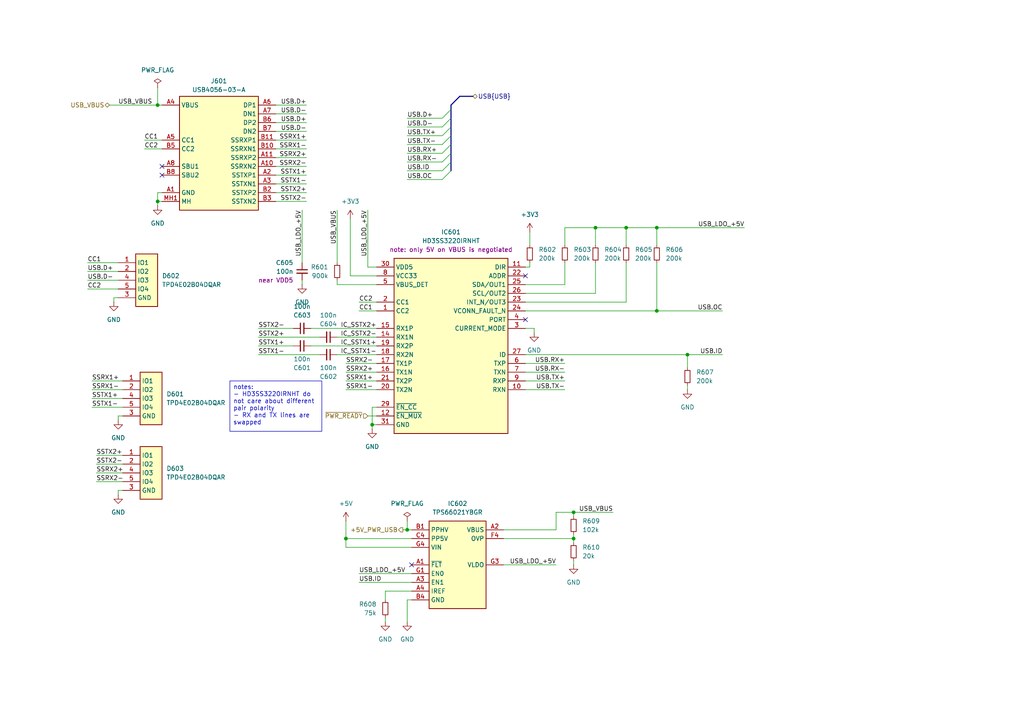
<source format=kicad_sch>
(kicad_sch (version 20250114) (generator "eeschema") (generator_version "9.0")
  (paper "A4")
  (lib_symbols
    (symbol "Device:C_Small" (pin_numbers (hide yes)) (pin_names (offset 0.254) (hide yes))
      (property "Reference" "C" (at 0.254 1.778 0))
      (property "Value" "C_Small" (at 0.254 -2.032 0))
      (symbol "C_Small_0_1"
        (polyline (pts (xy -1.524 0.508) (xy 1.524 0.508)) (stroke (width 0.3048)))
        (polyline (pts (xy -1.524 -0.508) (xy 1.524 -0.508)) (stroke (width 0.3302)))
      )
      (symbol "C_Small_1_1"
        (pin passive line (at 0 2.54 270) (length 2.032) (name "~") (number "1"))
        (pin passive line (at 0 -2.54 90) (length 2.032) (name "~") (number "2"))
      )
    )
    (symbol "Device:R_Small" (pin_numbers (hide yes)) (pin_names (offset 0.254) (hide yes))
      (property "Reference" "R" (at 0.762 0.508 0))
      (property "Value" "R_Small" (at 0.762 -1.016 0))
      (symbol "R_Small_0_1"
        (rectangle (start -0.762 1.778) (end 0.762 -1.778) (stroke (width 0.2032)))
      )
      (symbol "R_Small_1_1"
        (pin passive line (at 0 2.54 270) (length 0.762) (name "~") (number "1"))
        (pin passive line (at 0 -2.54 90) (length 0.762) (name "~") (number "2"))
      )
    )
    (symbol "extras:HD3SS3220IRNHT"
      (property "Reference" "IC" (at 5.08 6.985 0))
      (property "Value" "HD3SS3220IRNHT" (at 5.08 4.445 0))
      (symbol "HD3SS3220IRNHT_1_1"
        (rectangle (start 5.08 2.54) (end 38.1 -48.26) (stroke (width 0.254)) (fill (type background)))
        (pin passive line (at 0 0 0) (length 5.08) (name "VDD5") (number "30"))
        (pin passive line (at 0 -2.54 0) (length 5.08) (name "VCC33") (number "8"))
        (pin passive line (at 0 -5.08 0) (length 5.08) (name "VBUS_DET") (number "5"))
        (pin passive line (at 0 -10.16 0) (length 5.08) (name "CC1") (number "2"))
        (pin passive line (at 0 -12.7 0) (length 5.08) (name "CC2") (number "1"))
        (pin passive line (at 0 -17.78 0) (length 5.08) (name "RX1P") (number "15"))
        (pin passive line (at 0 -20.32 0) (length 5.08) (name "RX1N") (number "14"))
        (pin passive line (at 0 -22.86 0) (length 5.08) (name "RX2P") (number "19"))
        (pin passive line (at 0 -25.4 0) (length 5.08) (name "RX2N") (number "18"))
        (pin passive line (at 0 -27.94 0) (length 5.08) (name "TX1P") (number "17"))
        (pin passive line (at 0 -30.48 0) (length 5.08) (name "TX1N") (number "16"))
        (pin passive line (at 0 -33.02 0) (length 5.08) (name "TX2P") (number "21"))
        (pin passive line (at 0 -35.56 0) (length 5.08) (name "TX2N") (number "20"))
        (pin passive line (at 0 -40.64 0) (length 5.08) (name "~{EN_CC}") (number "29"))
        (pin passive line (at 0 -43.18 0) (length 5.08) (name "~{EN_MUX}") (number "12"))
        (pin passive line (at 0 -45.72 0) (length 5.08) (hide yes) (name "GND") (number "13"))
        (pin passive line (at 0 -45.72 0) (length 5.08) (hide yes) (name "GND") (number "28"))
        (pin passive line (at 0 -45.72 0) (length 5.08) (name "GND") (number "31"))
        (pin passive line (at 43.18 0 180) (length 5.08) (name "DIR") (number "11"))
        (pin passive line (at 43.18 -2.54 180) (length 5.08) (name "ADDR") (number "22"))
        (pin passive line (at 43.18 -5.08 180) (length 5.08) (name "SDA/OUT1") (number "25"))
        (pin passive line (at 43.18 -7.62 180) (length 5.08) (name "SCL/OUT2") (number "26"))
        (pin passive line (at 43.18 -10.16 180) (length 5.08) (name "INT_N/OUT3") (number "23"))
        (pin passive line (at 43.18 -12.7 180) (length 5.08) (name "VCONN_FAULT_N") (number "24"))
        (pin passive line (at 43.18 -15.24 180) (length 5.08) (name "PORT") (number "4"))
        (pin passive line (at 43.18 -17.78 180) (length 5.08) (name "CURRENT_MODE") (number "3"))
        (pin passive line (at 43.18 -25.4 180) (length 5.08) (name "ID") (number "27"))
        (pin passive line (at 43.18 -27.94 180) (length 5.08) (name "TXP") (number "6"))
        (pin passive line (at 43.18 -30.48 180) (length 5.08) (name "TXN") (number "7"))
        (pin passive line (at 43.18 -33.02 180) (length 5.08) (name "RXP") (number "9"))
        (pin passive line (at 43.18 -35.56 180) (length 5.08) (name "RXN") (number "10"))
      )
    )
    (symbol "extras:TPD4E02B04DQAR"
      (property "Reference" "D" (at 4.826 6.096 0))
      (property "Value" "TPD4E02B04DQAR" (at 4.826 4.318 0))
      (symbol "TPD4E02B04DQAR_1_1"
        (rectangle (start 5.08 2.54) (end 11.43 -12.7) (stroke (width 0.254)) (fill (type background)))
        (pin passive line (at 0 0 0) (length 5.08) (name "IO1") (number "1"))
        (pin passive line (at 0 0 0) (length 5.08) (hide yes) (name "NC_4") (number "10"))
        (pin passive line (at 0 -2.54 0) (length 5.08) (name "IO2") (number "2"))
        (pin passive line (at 0 -2.54 0) (length 5.08) (hide yes) (name "NC_3") (number "9"))
        (pin passive line (at 0 -5.08 0) (length 5.08) (name "IO3") (number "4"))
        (pin passive line (at 0 -5.08 0) (length 5.08) (hide yes) (name "NC_2") (number "7"))
        (pin passive line (at 0 -7.62 0) (length 5.08) (name "IO4") (number "5"))
        (pin passive line (at 0 -7.62 0) (length 5.08) (hide yes) (name "NC_1") (number "6"))
        (pin passive line (at 0 -10.16 0) (length 5.08) (name "GND") (number "3"))
        (pin passive line (at 0 -10.16 0) (length 5.08) (hide yes) (name "GND") (number "8"))
      )
    )
    (symbol "extras:TPS66021YBGR"
      (property "Reference" "IC" (at 4.572 7.366 0))
      (property "Value" "TPS66021YBGR" (at 4.572 4.826 0))
      (symbol "TPS66021YBGR_1_1"
        (rectangle (start 5.08 2.54) (end 21.59 -22.86) (stroke (width 0.254)) (fill (type background)))
        (pin passive line (at 0 0 0) (length 5.08) (name "PPHV") (number "B1"))
        (pin passive line (at 0 0 0) (length 5.08) (hide yes) (name "PPHV") (number "C1"))
        (pin passive line (at 0 0 0) (length 5.08) (hide yes) (name "PPHV") (number "D1"))
        (pin passive line (at 0 0 0) (length 5.08) (hide yes) (name "PPHV") (number "E1"))
        (pin passive line (at 0 0 0) (length 5.08) (hide yes) (name "PPHV") (number "F1"))
        (pin passive line (at 0 -2.54 0) (length 5.08) (name "PP5V") (number "C4"))
        (pin passive line (at 0 -2.54 0) (length 5.08) (hide yes) (name "PP5V") (number "D4"))
        (pin passive line (at 0 -2.54 0) (length 5.08) (hide yes) (name "PP5V") (number "E4"))
        (pin passive line (at 0 -5.08 0) (length 5.08) (name "VIN") (number "G4"))
        (pin passive line (at 0 -10.16 0) (length 5.08) (name "~{FLT}") (number "A1"))
        (pin passive line (at 0 -12.7 0) (length 5.08) (name "EN0") (number "G1"))
        (pin passive line (at 0 -15.24 0) (length 5.08) (name "EN1") (number "A3"))
        (pin passive line (at 0 -17.78 0) (length 5.08) (name "IREF") (number "A4"))
        (pin passive line (at 0 -20.32 0) (length 5.08) (name "GND") (number "B4"))
        (pin passive line (at 26.67 0 180) (length 5.08) (name "VBUS") (number "A2"))
        (pin passive line (at 26.67 0 180) (length 5.08) (hide yes) (name "VBUS") (number "B2"))
        (pin passive line (at 26.67 0 180) (length 5.08) (hide yes) (name "VBUS") (number "B3"))
        (pin passive line (at 26.67 0 180) (length 5.08) (hide yes) (name "VBUS") (number "C2"))
        (pin passive line (at 26.67 0 180) (length 5.08) (hide yes) (name "VBUS") (number "C3"))
        (pin passive line (at 26.67 0 180) (length 5.08) (hide yes) (name "VBUS") (number "D2"))
        (pin passive line (at 26.67 0 180) (length 5.08) (hide yes) (name "VBUS") (number "D3"))
        (pin passive line (at 26.67 0 180) (length 5.08) (hide yes) (name "VBUS") (number "E2"))
        (pin passive line (at 26.67 0 180) (length 5.08) (hide yes) (name "VBUS") (number "E3"))
        (pin passive line (at 26.67 0 180) (length 5.08) (hide yes) (name "VBUS") (number "F2"))
        (pin passive line (at 26.67 0 180) (length 5.08) (hide yes) (name "VBUS") (number "F3"))
        (pin passive line (at 26.67 0 180) (length 5.08) (hide yes) (name "VBUS") (number "G2"))
        (pin passive line (at 26.67 -2.54 180) (length 5.08) (name "OVP") (number "F4"))
        (pin passive line (at 26.67 -10.16 180) (length 5.08) (name "VLDO") (number "G3"))
      )
    )
    (symbol "extras:USB4056-03-A"
      (property "Reference" "J" (at 4.445 4.445 0))
      (property "Value" "USB4056-03-A" (at 4.445 1.905 0))
      (symbol "USB4056-03-A_1_1"
        (rectangle (start 5.08 -0.635) (end 27.94 -33.655) (stroke (width 0.254)) (fill (type background)))
        (pin power_in line (at 0 -3.175 0) (length 5.08) (name "VBUS") (number "A4"))
        (pin passive line (at 0 -3.175 0) (length 5.08) (hide yes) (name "VBUS") (number "A9"))
        (pin passive line (at 0 -3.175 0) (length 5.08) (hide yes) (name "VBUS") (number "B4"))
        (pin passive line (at 0 -3.175 0) (length 5.08) (hide yes) (name "VBUS") (number "B9"))
        (pin passive line (at 0 -13.335 0) (length 5.08) (name "CC1") (number "A5"))
        (pin passive line (at 0 -15.875 0) (length 5.08) (name "CC2") (number "B5"))
        (pin passive line (at 0 -20.955 0) (length 5.08) (name "SBU1") (number "A8"))
        (pin passive line (at 0 -23.495 0) (length 5.08) (name "SBU2") (number "B8"))
        (pin power_in line (at 0 -28.575 0) (length 5.08) (name "GND") (number "A1"))
        (pin passive line (at 0 -28.575 0) (length 5.08) (hide yes) (name "GND") (number "A12"))
        (pin passive line (at 0 -28.575 0) (length 5.08) (hide yes) (name "GND") (number "B1"))
        (pin passive line (at 0 -28.575 0) (length 5.08) (hide yes) (name "GND") (number "B12"))
        (pin passive line (at 0 -31.115 0) (length 5.08) (name "MH") (number "MH1"))
        (pin passive line (at 0 -31.115 0) (length 5.08) (hide yes) (name "MH") (number "MH2"))
        (pin passive line (at 0 -31.115 0) (length 5.08) (hide yes) (name "MH") (number "MH3"))
        (pin passive line (at 0 -31.115 0) (length 5.08) (hide yes) (name "MH") (number "MH4"))
        (pin passive line (at 33.02 -3.175 180) (length 5.08) (name "DP1") (number "A6"))
        (pin passive line (at 33.02 -5.715 180) (length 5.08) (name "DN1") (number "A7"))
        (pin passive line (at 33.02 -8.255 180) (length 5.08) (name "DP2") (number "B6"))
        (pin passive line (at 33.02 -10.795 180) (length 5.08) (name "DN2") (number "B7"))
        (pin passive line (at 33.02 -13.335 180) (length 5.08) (name "SSRXP1") (number "B11"))
        (pin passive line (at 33.02 -15.875 180) (length 5.08) (name "SSRXN1") (number "B10"))
        (pin passive line (at 33.02 -18.415 180) (length 5.08) (name "SSRXP2") (number "A11"))
        (pin passive line (at 33.02 -20.955 180) (length 5.08) (name "SSRXN2") (number "A10"))
        (pin passive line (at 33.02 -23.495 180) (length 5.08) (name "SSTXP1") (number "A2"))
        (pin passive line (at 33.02 -26.035 180) (length 5.08) (name "SSTXN1") (number "A3"))
        (pin passive line (at 33.02 -28.575 180) (length 5.08) (name "SSTXP2") (number "B2"))
        (pin passive line (at 33.02 -31.115 180) (length 5.08) (name "SSTXN2") (number "B3"))
      )
    )
    (symbol "power:+3V3" (power) (pin_numbers (hide yes)) (pin_names (offset 0) (hide yes))
      (property "Value" "+3V3" (at 0 3.556 0))
      (symbol "+3V3_0_1"
        (polyline (pts (xy -0.762 1.27) (xy 0 2.54)))
        (polyline (pts (xy 0 2.54) (xy 0.762 1.27)))
        (polyline (pts (xy 0 0) (xy 0 2.54)))
      )
      (symbol "+3V3_1_1"
        (pin power_in line (at 0 0 90) (length 0) (name "~") (number "1"))
      )
    )
    (symbol "power:+5V" (power) (pin_numbers (hide yes)) (pin_names (offset 0) (hide yes))
      (property "Value" "+5V" (at 0 3.556 0))
      (symbol "+5V_0_1"
        (polyline (pts (xy -0.762 1.27) (xy 0 2.54)))
        (polyline (pts (xy 0 2.54) (xy 0.762 1.27)))
        (polyline (pts (xy 0 0) (xy 0 2.54)))
      )
      (symbol "+5V_1_1"
        (pin power_in line (at 0 0 90) (length 0) (name "~") (number "1"))
      )
    )
    (symbol "power:GND" (power) (pin_numbers (hide yes)) (pin_names (offset 0) (hide yes))
      (property "Value" "GND" (at 0 -3.81 0))
      (symbol "GND_0_1"
        (polyline (pts (xy 0 0) (xy 0 -1.27) (xy 1.27 -1.27) (xy 0 -2.54) (xy -1.27 -1.27) (xy 0 -1.27)))
      )
      (symbol "GND_1_1"
        (pin power_in line (at 0 0 270) (length 0) (name "~") (number "1"))
      )
    )
    (symbol "power:PWR_FLAG" (power) (pin_numbers (hide yes)) (pin_names (offset 0) (hide yes))
      (property "Value" "PWR_FLAG" (at 0 3.81 0))
      (symbol "PWR_FLAG_0_0"
        (pin power_out line (at 0 0 90) (length 0) (name "~") (number "1"))
      )
      (symbol "PWR_FLAG_0_1"
        (polyline (pts (xy 0 0) (xy 0 1.27) (xy -1.016 1.905) (xy 0 2.54) (xy 1.016 1.905) (xy 0 1.27)))
      )
    )
  )
  (bus_alias "USB" (members "D+" "D-" "TX+" "TX-" "RX+" "RX-" "ID" "OC"))
  (text_box "notes:\n- HD3SS3220IRNHT do not care about different pair polarity\n- RX and TX lines are swapped" (at 66.675 110.49 0) (size 26.67 14.605) (margins 0.9525 0.9525 0.9525 0.9525) (effects (font (size 1.27 1.27)) (justify left top)))
  (junction (at 100.33 156.21))
  (junction (at 181.61 66.04))
  (junction (at 166.37 148.59))
  (junction (at 166.37 156.21))
  (junction (at 118.11 153.67))
  (junction (at 107.95 123.19))
  (junction (at 190.5 66.04))
  (junction (at 45.72 58.42))
  (junction (at 190.5 90.17))
  (junction (at 199.39 102.87))
  (junction (at 172.72 66.04))
  (junction (at 45.72 30.48))
  (no_connect (at 119.38 163.83))
  (no_connect (at 46.99 48.26))
  (no_connect (at 152.4 92.71))
  (no_connect (at 152.4 80.01))
  (no_connect (at 46.99 50.8))
  (bus_entry (at 130.81 41.91) (size -2.54 2.54))
  (bus_entry (at 130.81 44.45) (size -2.54 2.54))
  (bus_entry (at 130.81 36.83) (size -2.54 2.54))
  (bus_entry (at 130.81 31.75) (size -2.54 2.54))
  (bus_entry (at 130.81 49.53) (size -2.54 2.54))
  (bus_entry (at 130.81 46.99) (size -2.54 2.54))
  (bus_entry (at 130.81 34.29) (size -2.54 2.54))
  (bus_entry (at 130.81 39.37) (size -2.54 2.54))
  (bus (pts (xy 130.81 31.75) (xy 130.81 30.48)))
  (wire (pts (xy 45.72 58.42) (xy 46.99 58.42)))
  (wire (pts (xy 100.33 105.41) (xy 109.22 105.41)))
  (wire (pts (xy 106.68 120.65) (xy 109.22 120.65)))
  (wire (pts (xy 41.91 43.18) (xy 46.99 43.18)))
  (wire (pts (xy 118.11 49.53) (xy 128.27 49.53)))
  (wire (pts (xy 172.72 85.09) (xy 172.72 76.2)))
  (wire (pts (xy 100.33 110.49) (xy 109.22 110.49)))
  (wire (pts (xy 34.29 121.92) (xy 34.29 120.65)))
  (wire (pts (xy 41.91 40.64) (xy 46.99 40.64)))
  (wire (pts (xy 118.11 41.91) (xy 128.27 41.91)))
  (wire (pts (xy 116.84 153.67) (xy 118.11 153.67)))
  (wire (pts (xy 35.56 142.24) (xy 34.29 142.24)))
  (wire (pts (xy 199.39 102.87) (xy 209.55 102.87)))
  (wire (pts (xy 87.63 60.96) (xy 87.63 76.2)))
  (bus (pts (xy 130.81 46.99) (xy 130.81 49.53)))
  (wire (pts (xy 181.61 87.63) (xy 181.61 76.2)))
  (wire (pts (xy 152.4 77.47) (xy 153.67 77.47)))
  (wire (pts (xy 190.5 66.04) (xy 215.9 66.04)))
  (wire (pts (xy 163.83 105.41) (xy 152.4 105.41)))
  (wire (pts (xy 146.05 156.21) (xy 166.37 156.21)))
  (wire (pts (xy 100.33 151.13) (xy 100.33 156.21)))
  (wire (pts (xy 100.33 156.21) (xy 119.38 156.21)))
  (wire (pts (xy 88.9 35.56) (xy 80.01 35.56)))
  (wire (pts (xy 163.83 66.04) (xy 163.83 71.12)))
  (wire (pts (xy 153.67 67.31) (xy 153.67 71.12)))
  (wire (pts (xy 90.17 95.25) (xy 109.22 95.25)))
  (wire (pts (xy 100.33 156.21) (xy 100.33 158.75)))
  (bus (pts (xy 130.81 36.83) (xy 130.81 34.29)))
  (wire (pts (xy 172.72 66.04) (xy 172.72 71.12)))
  (wire (pts (xy 166.37 156.21) (xy 166.37 154.94)))
  (wire (pts (xy 106.68 60.96) (xy 106.68 77.47)))
  (wire (pts (xy 88.9 33.02) (xy 80.01 33.02)))
  (wire (pts (xy 163.83 107.95) (xy 152.4 107.95)))
  (wire (pts (xy 88.9 58.42) (xy 80.01 58.42)))
  (wire (pts (xy 104.14 168.91) (xy 119.38 168.91)))
  (wire (pts (xy 161.29 148.59) (xy 166.37 148.59)))
  (bus (pts (xy 130.81 44.45) (xy 130.81 41.91)))
  (wire (pts (xy 111.76 179.07) (xy 111.76 180.34)))
  (wire (pts (xy 101.6 80.01) (xy 109.22 80.01)))
  (bus (pts (xy 130.81 41.91) (xy 130.81 39.37)))
  (wire (pts (xy 161.29 153.67) (xy 146.05 153.67)))
  (wire (pts (xy 33.02 87.63) (xy 33.02 86.36)))
  (wire (pts (xy 74.93 95.25) (xy 85.09 95.25)))
  (wire (pts (xy 199.39 113.03) (xy 199.39 111.76)))
  (wire (pts (xy 118.11 36.83) (xy 128.27 36.83)))
  (wire (pts (xy 45.72 55.88) (xy 45.72 58.42)))
  (wire (pts (xy 90.17 100.33) (xy 109.22 100.33)))
  (wire (pts (xy 87.63 82.55) (xy 87.63 81.28)))
  (wire (pts (xy 190.5 90.17) (xy 190.5 76.2)))
  (wire (pts (xy 45.72 30.48) (xy 46.99 30.48)))
  (wire (pts (xy 118.11 46.99) (xy 128.27 46.99)))
  (wire (pts (xy 199.39 102.87) (xy 199.39 106.68)))
  (wire (pts (xy 34.29 120.65) (xy 35.56 120.65)))
  (wire (pts (xy 26.67 118.11) (xy 35.56 118.11)))
  (wire (pts (xy 118.11 153.67) (xy 119.38 153.67)))
  (wire (pts (xy 153.67 77.47) (xy 153.67 76.2)))
  (wire (pts (xy 100.33 113.03) (xy 109.22 113.03)))
  (wire (pts (xy 118.11 44.45) (xy 128.27 44.45)))
  (wire (pts (xy 88.9 38.1) (xy 80.01 38.1)))
  (wire (pts (xy 152.4 85.09) (xy 172.72 85.09)))
  (wire (pts (xy 172.72 66.04) (xy 181.61 66.04)))
  (wire (pts (xy 100.33 107.95) (xy 109.22 107.95)))
  (wire (pts (xy 88.9 43.18) (xy 80.01 43.18)))
  (wire (pts (xy 166.37 148.59) (xy 166.37 149.86)))
  (wire (pts (xy 161.29 148.59) (xy 161.29 153.67)))
  (wire (pts (xy 118.11 151.13) (xy 118.11 153.67)))
  (wire (pts (xy 45.72 25.4) (xy 45.72 30.48)))
  (wire (pts (xy 107.95 118.11) (xy 107.95 123.19)))
  (wire (pts (xy 107.95 124.46) (xy 107.95 123.19)))
  (wire (pts (xy 104.14 87.63) (xy 109.22 87.63)))
  (wire (pts (xy 166.37 162.56) (xy 166.37 163.83)))
  (wire (pts (xy 107.95 123.19) (xy 109.22 123.19)))
  (wire (pts (xy 190.5 66.04) (xy 190.5 71.12)))
  (wire (pts (xy 25.4 76.2) (xy 34.29 76.2)))
  (wire (pts (xy 27.94 132.08) (xy 35.56 132.08)))
  (wire (pts (xy 152.4 82.55) (xy 163.83 82.55)))
  (wire (pts (xy 88.9 50.8) (xy 80.01 50.8)))
  (wire (pts (xy 166.37 156.21) (xy 166.37 157.48)))
  (wire (pts (xy 163.83 82.55) (xy 163.83 76.2)))
  (wire (pts (xy 111.76 171.45) (xy 119.38 171.45)))
  (wire (pts (xy 146.05 163.83) (xy 161.29 163.83)))
  (wire (pts (xy 118.11 34.29) (xy 128.27 34.29)))
  (wire (pts (xy 152.4 90.17) (xy 190.5 90.17)))
  (wire (pts (xy 163.83 110.49) (xy 152.4 110.49)))
  (wire (pts (xy 88.9 45.72) (xy 80.01 45.72)))
  (wire (pts (xy 152.4 87.63) (xy 181.61 87.63)))
  (wire (pts (xy 118.11 52.07) (xy 128.27 52.07)))
  (wire (pts (xy 88.9 48.26) (xy 80.01 48.26)))
  (bus (pts (xy 130.81 44.45) (xy 130.81 46.99)))
  (wire (pts (xy 31.75 30.48) (xy 45.72 30.48)))
  (wire (pts (xy 111.76 171.45) (xy 111.76 173.99)))
  (wire (pts (xy 26.67 113.03) (xy 35.56 113.03)))
  (bus (pts (xy 133.35 27.94) (xy 137.16 27.94)))
  (wire (pts (xy 27.94 137.16) (xy 35.56 137.16)))
  (wire (pts (xy 163.83 66.04) (xy 172.72 66.04)))
  (wire (pts (xy 154.94 95.25) (xy 154.94 96.52)))
  (wire (pts (xy 152.4 95.25) (xy 154.94 95.25)))
  (wire (pts (xy 26.67 110.49) (xy 35.56 110.49)))
  (wire (pts (xy 27.94 134.62) (xy 35.56 134.62)))
  (wire (pts (xy 181.61 66.04) (xy 181.61 71.12)))
  (wire (pts (xy 118.11 180.34) (xy 118.11 173.99)))
  (wire (pts (xy 46.99 55.88) (xy 45.72 55.88)))
  (bus (pts (xy 130.81 30.48) (xy 133.35 27.94)))
  (wire (pts (xy 97.79 60.96) (xy 97.79 76.2)))
  (wire (pts (xy 97.79 81.28) (xy 97.79 82.55)))
  (wire (pts (xy 25.4 81.28) (xy 34.29 81.28)))
  (wire (pts (xy 88.9 40.64) (xy 80.01 40.64)))
  (wire (pts (xy 74.93 100.33) (xy 85.09 100.33)))
  (wire (pts (xy 88.9 55.88) (xy 80.01 55.88)))
  (wire (pts (xy 26.67 115.57) (xy 35.56 115.57)))
  (bus (pts (xy 130.81 39.37) (xy 130.81 36.83)))
  (wire (pts (xy 209.55 90.17) (xy 190.5 90.17)))
  (wire (pts (xy 88.9 30.48) (xy 80.01 30.48)))
  (bus (pts (xy 130.81 34.29) (xy 130.81 31.75)))
  (wire (pts (xy 118.11 39.37) (xy 128.27 39.37)))
  (wire (pts (xy 104.14 90.17) (xy 109.22 90.17)))
  (wire (pts (xy 106.68 77.47) (xy 109.22 77.47)))
  (wire (pts (xy 152.4 102.87) (xy 199.39 102.87)))
  (wire (pts (xy 97.79 102.87) (xy 109.22 102.87)))
  (wire (pts (xy 100.33 158.75) (xy 119.38 158.75)))
  (wire (pts (xy 109.22 82.55) (xy 97.79 82.55)))
  (wire (pts (xy 104.14 166.37) (xy 119.38 166.37)))
  (wire (pts (xy 181.61 66.04) (xy 190.5 66.04)))
  (wire (pts (xy 88.9 53.34) (xy 80.01 53.34)))
  (wire (pts (xy 97.79 97.79) (xy 109.22 97.79)))
  (wire (pts (xy 166.37 148.59) (xy 177.8 148.59)))
  (wire (pts (xy 33.02 86.36) (xy 34.29 86.36)))
  (wire (pts (xy 74.93 102.87) (xy 92.71 102.87)))
  (wire (pts (xy 27.94 139.7) (xy 35.56 139.7)))
  (wire (pts (xy 34.29 142.24) (xy 34.29 143.51)))
  (wire (pts (xy 109.22 118.11) (xy 107.95 118.11)))
  (wire (pts (xy 45.72 59.69) (xy 45.72 58.42)))
  (wire (pts (xy 163.83 113.03) (xy 152.4 113.03)))
  (wire (pts (xy 101.6 63.5) (xy 101.6 80.01)))
  (wire (pts (xy 25.4 83.82) (xy 34.29 83.82)))
  (wire (pts (xy 118.11 173.99) (xy 119.38 173.99)))
  (wire (pts (xy 25.4 78.74) (xy 34.29 78.74)))
  (wire (pts (xy 74.93 97.79) (xy 92.71 97.79)))
  (label "SSTX2+" (at 74.93 97.79 0))
  (label "SSRX1+" (at 26.67 110.49 0))
  (label "USB.D+" (at 118.11 34.29 0))
  (label "USB.RX+" (at 118.11 44.45 0))
  (label "USB.D-" (at 88.9 38.1 180))
  (label "USB.D-" (at 118.11 36.83 0))
  (label "SSRX1+" (at 100.33 110.49 0))
  (label "USB.RX-" (at 118.11 46.99 0))
  (label "USB.D+" (at 88.9 30.48 180))
  (label "SSRX2-" (at 88.9 48.26 180))
  (label "USB.D-" (at 88.9 33.02 180))
  (label "SSRX2-" (at 100.33 105.41 0))
  (label "CC2" (at 25.4 83.82 0))
  (label "CC1" (at 25.4 76.2 0))
  (label "CC1" (at 41.91 40.64 0))
  (label "SSTX2+" (at 88.9 55.88 180))
  (label "USB.ID" (at 104.14 168.91 0))
  (label "USB_LDO_+5V" (at 215.9 66.04 180))
  (label "USB.TX+" (at 118.11 39.37 0))
  (label "USB.RX+" (at 163.83 105.41 180))
  (label "USB_VBUS" (at 97.79 60.96 270))
  (label "SSRX2+" (at 88.9 45.72 180))
  (label "USB.TX+" (at 163.83 110.49 180))
  (label "SSRX1+" (at 88.9 40.64 180))
  (label "USB_VBUS" (at 177.8 148.59 180))
  (label "SSTX1+" (at 88.9 50.8 180))
  (label "USB_LDO_+5V" (at 106.68 60.96 270))
  (label "SSTX1-" (at 74.93 102.87 0))
  (label "USB.D+" (at 88.9 35.56 180))
  (label "IC_SSTX2+" (at 109.22 95.25 180))
  (label "SSTX2-" (at 88.9 58.42 180))
  (label "SSRX2-" (at 27.94 139.7 0))
  (label "SSTX1+" (at 26.67 115.57 0))
  (label "SSTX2+" (at 27.94 132.08 0))
  (label "USB.RX-" (at 163.83 107.95 180))
  (label "USB.D-" (at 25.4 81.28 0))
  (label "SSRX1-" (at 88.9 43.18 180))
  (label "SSTX2-" (at 27.94 134.62 0))
  (label "USB.TX-" (at 118.11 41.91 0))
  (label "USB.ID" (at 118.11 49.53 0))
  (label "USB_LDO_+5V" (at 87.63 60.96 270))
  (label "USB.ID" (at 209.55 102.87 180))
  (label "SSTX1-" (at 26.67 118.11 0))
  (label "USB.OC" (at 209.55 90.17 180))
  (label "USB_VBUS" (at 34.29 30.48 0))
  (label "SSRX2+" (at 100.33 107.95 0))
  (label "USB.D+" (at 25.4 78.74 0))
  (label "SSTX1-" (at 88.9 53.34 180))
  (label "SSRX1-" (at 100.33 113.03 0))
  (label "USB.TX-" (at 163.83 113.03 180))
  (label "SSRX1-" (at 26.67 113.03 0))
  (label "USB.OC" (at 118.11 52.07 0))
  (label "CC2" (at 104.14 87.63 0))
  (label "USB_LDO_+5V" (at 161.29 163.83 180))
  (label "SSRX2+" (at 27.94 137.16 0))
  (label "USB_LDO_+5V" (at 104.14 166.37 0))
  (label "SSTX1+" (at 74.93 100.33 0))
  (label "IC_SSTX1-" (at 109.22 102.87 180))
  (label "IC_SSTX2-" (at 109.22 97.79 180))
  (label "CC1" (at 104.14 90.17 0))
  (label "IC_SSTX1+" (at 109.22 100.33 180))
  (label "CC2" (at 41.91 43.18 0))
  (label "SSTX2-" (at 74.93 95.25 0))
  (hierarchical_label "USB{USB}" (shape bidirectional) (at 137.16 27.94 0))
  (hierarchical_label "+5V_PWR_USB" (shape output) (at 116.84 153.67 180))
  (hierarchical_label "USB_VBUS" (shape bidirectional) (at 31.75 30.48 180))
  (hierarchical_label "~{PWR_READY}" (shape input) (at 106.68 120.65 180))
  (symbol (lib_id "power:GND") (at 111.76 180.34 0) (unit 1)
    (property "Reference" "#PWR0608" (effects (hide yes)))
    (property "Value" "GND" (at 111.76 185.42 0))
    (property "Description" "Power symbol creates a global label with name \"GND\" , ground" (effects (hide yes)))
  )
  (symbol (lib_id "Device:C_Small") (at 87.63 78.74 0) (mirror y) (unit 1)
    (property "Reference" "C605" (at 85.09 76.2062 0) (effects (justify left)))
    (property "Value" "100n" (at 85.09 78.7462 0) (effects (justify left)))
    (property "Footprint" "Capacitor_SMD:C_0201_0603Metric" (effects (hide yes)))
    (property "Description" "Unpolarized capacitor, small symbol" (effects (hide yes)))
    (property "Mouser Part Number" "81-GRM033Z71C104KE4J" (effects (hide yes)))
    (property "note" "near VDD5" (at 85.09 81.2862 0) (effects (justify left)))
  )
  (symbol (lib_id "power:PWR_FLAG") (at 45.72 25.4 0) (mirror y) (unit 1)
    (property "Reference" "#FLG0601" (effects (hide yes)))
    (property "Value" "PWR_FLAG" (at 45.72 20.32 0))
    (property "Description" "Special symbol for telling ERC where power comes from" (effects (hide yes)))
  )
  (symbol (lib_id "Device:R_Small") (at 181.61 73.66 0) (mirror y) (unit 1)
    (property "Reference" "R605" (at 184.15 72.3899 0) (effects (justify right)))
    (property "Value" "200k" (at 184.15 74.9299 0) (effects (justify right)))
    (property "Footprint" "extras:R_0402" (effects (hide yes)))
    (property "Description" "Resistor, small symbol" (effects (hide yes)))
    (property "Mouser Part Number" "652-CR0402FX-2003GLF" (effects (hide yes)))
  )
  (symbol (lib_id "extras:USB4056-03-A") (at 46.99 27.305 0) (unit 1)
    (property "Reference" "J601" (at 63.5 23.495 0))
    (property "Value" "USB4056-03-A" (at 63.5 26.035 0))
    (property "Footprint" "extras:USB405603A" (effects (hide yes)))
    (property "Datasheet" "https://www.mouser.jp/datasheet/2/837/usb4056-2448808.pdf" (effects (hide yes)))
    (property "Description" "USB Connectors USB C 3.2 Rec, Horz, Hybrid PCB Top Mount, T+R" (effects (hide yes)))
    (property "Height" "3.56" (effects (hide yes)))
    (property "Mouser Part Number" "640-USB4056-03-A" (effects (hide yes)))
    (property "Mouser Price/Stock" "https://www.mouser.co.uk/ProductDetail/GCT/USB4056-03-A?qs=QNEnbhJQKvbZ7hZzgFEugA%3D%3D" (effects (hide yes)))
    (property "Manufacturer_Name" "GCT (GLOBAL CONNECTOR TECHNOLOGY)" (effects (hide yes)))
    (property "Manufacturer_Part_Number" "USB4056-03-A" (effects (hide yes)))
  )
  (symbol (lib_id "extras:TPD4E02B04DQAR") (at 35.56 110.49 0) (unit 1)
    (property "Reference" "D601" (at 48.26 114.2999 0) (effects (justify left)))
    (property "Value" "TPD4E02B04DQAR" (at 48.26 116.8399 0) (effects (justify left)))
    (property "Footprint" "extras:DQA_R-PUSON-N10_" (effects (hide yes)))
    (property "Datasheet" "http://www.ti.com/lit/gpn/tpd4e02b04" (effects (hide yes)))
    (property "Description" "4-Channel ESD Protection Diode for USB Type-C and HDMI 2.0" (effects (hide yes)))
    (property "Mouser Part Number" "595-TPD4E02B04DQAR" (effects (hide yes)))
    (property "Mouser Price/Stock" "https://www.mouser.co.uk/ProductDetail/Texas-Instruments/TPD4E02B04DQAR?qs=8%2FmU9qzJpL%2FFVYtHO1iV9g%3D%3D" (effects (hide yes)))
    (property "Manufacturer_Name" "Texas Instruments" (effects (hide yes)))
    (property "Manufacturer_Part_Number" "TPD4E02B04DQAR" (effects (hide yes)))
  )
  (symbol (lib_id "Device:R_Small") (at 166.37 160.02 0) (mirror y) (unit 1)
    (property "Reference" "R610" (at 168.91 158.7499 0) (effects (justify right)))
    (property "Value" "20k" (at 168.91 161.2899 0) (effects (justify right)))
    (property "Footprint" "extras:R_0402" (effects (hide yes)))
    (property "Description" "Resistor, small symbol" (effects (hide yes)))
    (property "Mouser Part Number" "652-CR0402FX-2002GLF" (effects (hide yes)))
  )
  (symbol (lib_id "Device:R_Small") (at 166.37 152.4 0) (mirror y) (unit 1)
    (property "Reference" "R609" (at 168.91 151.1299 0) (effects (justify right)))
    (property "Value" "102k" (at 168.91 153.6699 0) (effects (justify right)))
    (property "Footprint" "extras:R_0402" (effects (hide yes)))
    (property "Description" "Resistor, small symbol" (effects (hide yes)))
    (property "Mouser Part Number" "652-CR0402-FX1023GLF" (effects (hide yes)))
  )
  (symbol (lib_id "power:+5V") (at 153.67 67.31 0) (mirror y) (unit 1)
    (property "Reference" "#PWR0607" (effects (hide yes)))
    (property "Value" "+3V3" (at 153.67 62.23 0))
    (property "Description" "Power symbol creates a global label with name \"+5V\"" (effects (hide yes)))
  )
  (symbol (lib_id "power:GND") (at 107.95 124.46 0) (unit 1)
    (property "Reference" "#PWR0602" (effects (hide yes)))
    (property "Value" "GND" (at 107.95 129.54 0))
    (property "Description" "Power symbol creates a global label with name \"GND\" , ground" (effects (hide yes)))
  )
  (symbol (lib_id "power:GND") (at 34.29 121.92 0) (unit 1)
    (property "Reference" "#PWR0611" (effects (hide yes)))
    (property "Value" "GND" (at 34.29 127 0))
    (property "Description" "Power symbol creates a global label with name \"GND\" , ground" (effects (hide yes)))
  )
  (symbol (lib_id "power:GND") (at 33.02 87.63 0) (unit 1)
    (property "Reference" "#PWR0610" (effects (hide yes)))
    (property "Value" "GND" (at 33.02 92.71 0))
    (property "Description" "Power symbol creates a global label with name \"GND\" , ground" (effects (hide yes)))
  )
  (symbol (lib_id "extras:HD3SS3220IRNHT") (at 109.22 77.47 0) (unit 1)
    (property "Reference" "IC601" (at 130.81 67.31 0))
    (property "Value" "HD3SS3220IRNHT" (at 130.81 69.85 0))
    (property "Footprint" "extras:QFN40P250X450X80-31N-D" (effects (hide yes)))
    (property "Datasheet" "http://www.ti.com/lit/ds/symlink/hd3ss3220.pdf" (effects (hide yes)))
    (property "Description" "Texas Instruments HD3SS3220IRNHT, USB Controller, 10000Mbit/s, USB 3.1, 30-Pin WQFN" (effects (hide yes)))
    (property "Height" "0.8" (effects (hide yes)))
    (property "Mouser Part Number" "595-HD3SS3220IRNHT" (effects (hide yes)))
    (property "Mouser Price/Stock" "https://www.mouser.co.uk/ProductDetail/Texas-Instruments/HD3SS3220IRNHT?qs=8%2FmU9qzJpL%252B3pzK2X4WOrA%3D%3D" (effects (hide yes)))
    (property "Manufacturer_Name" "Texas Instruments" (effects (hide yes)))
    (property "Manufacturer_Part_Number" "HD3SS3220IRNHT" (effects (hide yes)))
    (property "note" "only 5V on VBUS is negotiated" (at 130.81 72.39 0) (show_name yes))
  )
  (symbol (lib_id "power:GND") (at 87.63 82.55 0) (unit 1)
    (property "Reference" "#PWR0613" (effects (hide yes)))
    (property "Value" "GND" (at 87.63 87.63 0))
    (property "Description" "Power symbol creates a global label with name \"GND\" , ground" (effects (hide yes)))
  )
  (symbol (lib_id "Device:C_Small") (at 87.63 95.25 90) (mirror x) (unit 1)
    (property "Reference" "C603" (at 87.6364 91.44 90))
    (property "Value" "100n" (at 87.6364 88.9 90))
    (property "Footprint" "Capacitor_SMD:C_0201_0603Metric" (effects (hide yes)))
    (property "Description" "Unpolarized capacitor, small symbol" (effects (hide yes)))
    (property "Mouser Part Number" "81-GRM033Z71C104KE4J" (effects (hide yes)))
  )
  (symbol (lib_id "Device:C_Small") (at 87.63 100.33 270) (unit 1)
    (property "Reference" "C601" (at 87.6236 106.68 90))
    (property "Value" "100n" (at 87.6236 104.14 90))
    (property "Footprint" "Capacitor_SMD:C_0201_0603Metric" (effects (hide yes)))
    (property "Description" "Unpolarized capacitor, small symbol" (effects (hide yes)))
    (property "Mouser Part Number" "81-GRM033Z71C104KE4J" (effects (hide yes)))
  )
  (symbol (lib_id "power:GND") (at 45.72 59.69 0) (unit 1)
    (property "Reference" "#PWR0601" (effects (hide yes)))
    (property "Value" "GND" (at 45.72 64.77 0))
    (property "Description" "Power symbol creates a global label with name \"GND\" , ground" (effects (hide yes)))
  )
  (symbol (lib_id "extras:TPD4E02B04DQAR") (at 35.56 132.08 0) (unit 1)
    (property "Reference" "D603" (at 48.26 135.8899 0) (effects (justify left)))
    (property "Value" "TPD4E02B04DQAR" (at 48.26 138.4299 0) (effects (justify left)))
    (property "Footprint" "extras:DQA_R-PUSON-N10_" (effects (hide yes)))
    (property "Datasheet" "http://www.ti.com/lit/gpn/tpd4e02b04" (effects (hide yes)))
    (property "Description" "4-Channel ESD Protection Diode for USB Type-C and HDMI 2.0" (effects (hide yes)))
    (property "Mouser Part Number" "595-TPD4E02B04DQAR" (effects (hide yes)))
    (property "Mouser Price/Stock" "https://www.mouser.co.uk/ProductDetail/Texas-Instruments/TPD4E02B04DQAR?qs=8%2FmU9qzJpL%2FFVYtHO1iV9g%3D%3D" (effects (hide yes)))
    (property "Manufacturer_Name" "Texas Instruments" (effects (hide yes)))
    (property "Manufacturer_Part_Number" "TPD4E02B04DQAR" (effects (hide yes)))
  )
  (symbol (lib_id "power:GND") (at 199.39 113.03 0) (unit 1)
    (property "Reference" "#PWR0614" (effects (hide yes)))
    (property "Value" "GND" (at 199.39 118.11 0))
    (property "Description" "Power symbol creates a global label with name \"GND\" , ground" (effects (hide yes)))
  )
  (symbol (lib_id "power:+3V3") (at 101.6 63.5 0) (unit 1)
    (property "Reference" "#PWR0603" (effects (hide yes)))
    (property "Value" "+3V3" (at 101.6 58.42 0))
    (property "Description" "Power symbol creates a global label with name \"+3V3\"" (effects (hide yes)))
  )
  (symbol (lib_id "power:GND") (at 166.37 163.83 0) (unit 1)
    (property "Reference" "#PWR0609" (effects (hide yes)))
    (property "Value" "GND" (at 166.37 168.91 0))
    (property "Description" "Power symbol creates a global label with name \"GND\" , ground" (effects (hide yes)))
  )
  (symbol (lib_id "power:+5V") (at 100.33 151.13 0) (unit 1)
    (property "Reference" "#PWR0604" (effects (hide yes)))
    (property "Value" "+5V" (at 100.33 146.05 0))
    (property "Description" "Power symbol creates a global label with name \"+5V\"" (effects (hide yes)))
  )
  (symbol (lib_id "power:GND") (at 34.29 143.51 0) (unit 1)
    (property "Reference" "#PWR0612" (effects (hide yes)))
    (property "Value" "GND" (at 34.29 148.59 0))
    (property "Description" "Power symbol creates a global label with name \"GND\" , ground" (effects (hide yes)))
  )
  (symbol (lib_id "Device:R_Small") (at 97.79 78.74 0) (unit 1)
    (property "Reference" "R601" (at 95.25 77.4699 0) (effects (justify right)))
    (property "Value" "900k" (at 95.25 80.0099 0) (effects (justify right)))
    (property "Footprint" "extras:R_0402" (effects (hide yes)))
    (property "Description" "Resistor, small symbol" (effects (hide yes)))
    (property "Mouser Part Number" "603-AC0402FR-07909KL" (effects (hide yes)))
  )
  (symbol (lib_id "power:GND") (at 154.94 96.52 0) (unit 1)
    (property "Reference" "#PWR0605" (effects (hide yes)))
    (property "Value" "GND" (at 154.94 101.6 0))
    (property "Description" "Power symbol creates a global label with name \"GND\" , ground" (effects (hide yes)))
  )
  (symbol (lib_id "extras:TPS66021YBGR") (at 119.38 153.67 0) (unit 1)
    (property "Reference" "IC602" (at 132.715 146.05 0))
    (property "Value" "TPS66021YBGR" (at 132.715 148.59 0))
    (property "Footprint" "extras:BGA28C40P4X7_157X277X50" (effects (hide yes)))
    (property "Datasheet" "https://www.ti.com/lit/gpn/TPS66021" (effects (hide yes)))
    (property "Description" "Power Management Specialized - PMIC USB-C/PD 20V sink & 5V source power switch with 5V dead battery LDO 28-DSBGA -10 to 85" (effects (hide yes)))
    (property "Height" "0.5" (effects (hide yes)))
    (property "Mouser Part Number" "595-TPS66021YBGR" (effects (hide yes)))
    (property "Mouser Price/Stock" "https://www.mouser.co.uk/ProductDetail/Texas-Instruments/TPS66021YBGR?qs=B6kkDfuK7%2FAercziqj7QlQ%3D%3D" (effects (hide yes)))
    (property "Manufacturer_Name" "Texas Instruments" (effects (hide yes)))
    (property "Manufacturer_Part_Number" "TPS66021YBGR" (effects (hide yes)))
  )
  (symbol (lib_id "Device:C_Small") (at 95.25 97.79 270) (unit 1)
    (property "Reference" "C604" (at 95.2436 93.98 90))
    (property "Value" "100n" (at 95.2436 91.44 90))
    (property "Footprint" "Capacitor_SMD:C_0201_0603Metric" (effects (hide yes)))
    (property "Description" "Unpolarized capacitor, small symbol" (effects (hide yes)))
    (property "Mouser Part Number" "81-GRM033Z71C104KE4J" (effects (hide yes)))
  )
  (symbol (lib_id "Device:C_Small") (at 95.25 102.87 270) (unit 1)
    (property "Reference" "C602" (at 95.2436 109.22 90))
    (property "Value" "100n" (at 95.2436 106.68 90))
    (property "Footprint" "Capacitor_SMD:C_0201_0603Metric" (effects (hide yes)))
    (property "Description" "Unpolarized capacitor, small symbol" (effects (hide yes)))
    (property "Mouser Part Number" "81-GRM033Z71C104KE4J" (effects (hide yes)))
  )
  (symbol (lib_id "Device:R_Small") (at 163.83 73.66 0) (mirror y) (unit 1)
    (property "Reference" "R603" (at 166.37 72.3899 0) (effects (justify right)))
    (property "Value" "200k" (at 166.37 74.9299 0) (effects (justify right)))
    (property "Footprint" "extras:R_0402" (effects (hide yes)))
    (property "Description" "Resistor, small symbol" (effects (hide yes)))
    (property "Mouser Part Number" "652-CR0402FX-2003GLF" (effects (hide yes)))
  )
  (symbol (lib_id "Device:R_Small") (at 153.67 73.66 0) (mirror y) (unit 1)
    (property "Reference" "R602" (at 156.21 72.3899 0) (effects (justify right)))
    (property "Value" "200k" (at 156.21 74.9299 0) (effects (justify right)))
    (property "Footprint" "extras:R_0402" (effects (hide yes)))
    (property "Description" "Resistor, small symbol" (effects (hide yes)))
    (property "Mouser Part Number" "652-CR0402FX-2003GLF" (effects (hide yes)))
  )
  (symbol (lib_id "Device:R_Small") (at 111.76 176.53 0) (unit 1)
    (property "Reference" "R608" (at 109.22 175.2599 0) (effects (justify right)))
    (property "Value" "75k" (at 109.22 177.7999 0) (effects (justify right)))
    (property "Footprint" "extras:R_0402" (effects (hide yes)))
    (property "Description" "Resistor, small symbol" (effects (hide yes)))
    (property "Mouser Part Number" "652-CR0402FX-7502GLF" (effects (hide yes)))
  )
  (symbol (lib_id "power:PWR_FLAG") (at 118.11 151.13 0) (unit 1)
    (property "Reference" "#FLG0602" (effects (hide yes)))
    (property "Value" "PWR_FLAG" (at 118.11 146.05 0))
    (property "Description" "Special symbol for telling ERC where power comes from" (effects (hide yes)))
  )
  (symbol (lib_id "Device:R_Small") (at 172.72 73.66 0) (mirror y) (unit 1)
    (property "Reference" "R604" (at 175.26 72.3899 0) (effects (justify right)))
    (property "Value" "200k" (at 175.26 74.9299 0) (effects (justify right)))
    (property "Footprint" "extras:R_0402" (effects (hide yes)))
    (property "Description" "Resistor, small symbol" (effects (hide yes)))
    (property "Mouser Part Number" "652-CR0402FX-2003GLF" (effects (hide yes)))
  )
  (symbol (lib_id "Device:R_Small") (at 199.39 109.22 0) (mirror y) (unit 1)
    (property "Reference" "R607" (at 201.93 107.9499 0) (effects (justify right)))
    (property "Value" "200k" (at 201.93 110.4899 0) (effects (justify right)))
    (property "Footprint" "extras:R_0402" (effects (hide yes)))
    (property "Description" "Resistor, small symbol" (effects (hide yes)))
    (property "Mouser Part Number" "652-CR0402FX-2003GLF" (effects (hide yes)))
  )
  (symbol (lib_id "Device:R_Small") (at 190.5 73.66 0) (mirror y) (unit 1)
    (property "Reference" "R606" (at 193.04 72.3899 0) (effects (justify right)))
    (property "Value" "200k" (at 193.04 74.9299 0) (effects (justify right)))
    (property "Footprint" "extras:R_0402" (effects (hide yes)))
    (property "Description" "Resistor, small symbol" (effects (hide yes)))
    (property "Mouser Part Number" "652-CR0402FX-2003GLF" (effects (hide yes)))
  )
  (symbol (lib_id "extras:TPD4E02B04DQAR") (at 34.29 76.2 0) (unit 1)
    (property "Reference" "D602" (at 46.99 80.0099 0) (effects (justify left)))
    (property "Value" "TPD4E02B04DQAR" (at 46.99 82.5499 0) (effects (justify left)))
    (property "Footprint" "extras:DQA_R-PUSON-N10_" (effects (hide yes)))
    (property "Datasheet" "http://www.ti.com/lit/gpn/tpd4e02b04" (effects (hide yes)))
    (property "Description" "4-Channel ESD Protection Diode for USB Type-C and HDMI 2.0" (effects (hide yes)))
    (property "Mouser Part Number" "595-TPD4E02B04DQAR" (effects (hide yes)))
    (property "Mouser Price/Stock" "https://www.mouser.co.uk/ProductDetail/Texas-Instruments/TPD4E02B04DQAR?qs=8%2FmU9qzJpL%2FFVYtHO1iV9g%3D%3D" (effects (hide yes)))
    (property "Manufacturer_Name" "Texas Instruments" (effects (hide yes)))
    (property "Manufacturer_Part_Number" "TPD4E02B04DQAR" (effects (hide yes)))
  )
  (symbol (lib_id "power:GND") (at 118.11 180.34 0) (unit 1)
    (property "Reference" "#PWR0606" (effects (hide yes)))
    (property "Value" "GND" (at 118.11 185.42 0))
    (property "Description" "Power symbol creates a global label with name \"GND\" , ground" (effects (hide yes)))
  )
)
</source>
